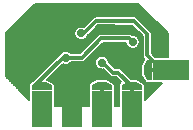
<source format=gbl>
G04 DipTrace 2.4.0.2*
%INcolor.gbl*%
%MOMM*%
%ADD13C,0.305*%
%ADD14C,0.152*%
%ADD22R,1.6X1.7*%
%ADD23R,2.0X1.7*%
%ADD26R,1.7X1.6*%
%ADD27R,1.7X2.032*%
%ADD28C,0.711*%
%FSLAX53Y53*%
G04*
G71*
G90*
G75*
G01*
%LNBottom*%
%LPD*%
X16350Y10000D2*
D13*
Y11270D1*
Y12433D1*
X17138Y16902D2*
X17379D1*
X18433Y17956D1*
X21622D1*
X22734Y16843D1*
Y15046D1*
X23970Y13810D1*
X22808D2*
X23970D1*
X25240D1*
X18890Y11270D2*
Y12435D1*
Y10000D2*
Y11270D1*
X18886Y14432D2*
X18993D1*
X19836Y13588D1*
X20274D1*
X21430Y12433D1*
Y10000D2*
Y11270D1*
Y12433D1*
X15829Y14838D2*
X15585D1*
X13182Y12435D1*
X13810D1*
Y10000D2*
Y11270D1*
X15829Y14838D2*
X17170D1*
X18802Y16471D1*
X21220D1*
X21498Y16194D1*
D28*
X15829Y14838D3*
X21498Y16194D3*
X17138Y16902D3*
X18886Y14432D3*
X13129Y19275D2*
D14*
X22109D1*
X12981Y19126D2*
X22259D1*
X12831Y18977D2*
X22407D1*
X12681Y18828D2*
X22557D1*
X12534Y18678D2*
X22707D1*
X12384Y18529D2*
X22855D1*
X12236Y18380D2*
X23005D1*
X12086Y18231D2*
X18147D1*
X21909D2*
X23152D1*
X11936Y18082D2*
X17997D1*
X22056D2*
X23302D1*
X11788Y17933D2*
X17847D1*
X22206D2*
X23452D1*
X11638Y17784D2*
X17699D1*
X22356D2*
X23600D1*
X11491Y17635D2*
X17549D1*
X22504D2*
X23750D1*
X11341Y17486D2*
X17037D1*
X17237D2*
X17402D1*
X18525D2*
X21528D1*
X22654D2*
X23898D1*
X11191Y17337D2*
X16723D1*
X18375D2*
X21678D1*
X22802D2*
X24048D1*
X11043Y17188D2*
X16606D1*
X18227D2*
X21828D1*
X22952D2*
X24198D1*
X10893Y17039D2*
X16549D1*
X18077D2*
X21976D1*
X23083D2*
X24345D1*
X10751Y16890D2*
X16532D1*
X17930D2*
X22126D1*
X23133D2*
X24488D1*
X10751Y16741D2*
X16554D1*
X17780D2*
X18509D1*
X21735D2*
X22274D1*
X23138D2*
X24488D1*
X10751Y16592D2*
X16621D1*
X17653D2*
X18361D1*
X21949D2*
X22333D1*
X23138D2*
X24488D1*
X10751Y16442D2*
X16751D1*
X17523D2*
X18211D1*
X22047D2*
X22333D1*
X23138D2*
X24488D1*
X10751Y16293D2*
X18064D1*
X22095D2*
X22333D1*
X23138D2*
X24488D1*
X10751Y16144D2*
X17914D1*
X22102D2*
X22333D1*
X23138D2*
X24488D1*
X10751Y15995D2*
X17764D1*
X18889D2*
X20926D1*
X22068D2*
X22333D1*
X23138D2*
X24488D1*
X10751Y15846D2*
X17616D1*
X18739D2*
X21007D1*
X21990D2*
X22333D1*
X23138D2*
X24488D1*
X10751Y15697D2*
X17466D1*
X18592D2*
X21164D1*
X21833D2*
X22333D1*
X23138D2*
X24488D1*
X10751Y15548D2*
X17318D1*
X18442D2*
X22333D1*
X23138D2*
X24488D1*
X10751Y15399D2*
X15630D1*
X16029D2*
X17168D1*
X18292D2*
X22333D1*
X23138D2*
X24488D1*
X10751Y15250D2*
X15392D1*
X16268D2*
X17018D1*
X18144D2*
X22333D1*
X23138D2*
X24488D1*
X10751Y15101D2*
X15285D1*
X17994D2*
X22333D1*
X23242D2*
X24488D1*
X10751Y14952D2*
X15137D1*
X17846D2*
X18592D1*
X19180D2*
X22345D1*
X23390D2*
X24488D1*
X10751Y14803D2*
X14987D1*
X17696D2*
X18411D1*
X19361D2*
X22419D1*
X10751Y14654D2*
X14839D1*
X17546D2*
X18323D1*
X19449D2*
X22428D1*
X10751Y14505D2*
X14689D1*
X17380D2*
X18285D1*
X19487D2*
X22352D1*
X10751Y14356D2*
X14539D1*
X16184D2*
X18285D1*
X19632D2*
X22274D1*
X10751Y14206D2*
X14392D1*
X15515D2*
X18325D1*
X19780D2*
X22202D1*
X10751Y14057D2*
X14242D1*
X15367D2*
X18416D1*
X19930D2*
X22190D1*
X10751Y13908D2*
X14094D1*
X15217D2*
X18599D1*
X20506D2*
X22190D1*
X10751Y13759D2*
X13944D1*
X15067D2*
X19104D1*
X20666D2*
X22190D1*
X10751Y13610D2*
X13794D1*
X14920D2*
X19252D1*
X20813D2*
X22190D1*
X10751Y13461D2*
X13646D1*
X14770D2*
X19402D1*
X20963D2*
X22193D1*
X10751Y13312D2*
X13496D1*
X14620D2*
X19549D1*
X21113D2*
X22250D1*
X10853Y13163D2*
X13349D1*
X14472D2*
X20138D1*
X21261D2*
X22326D1*
X11000Y13014D2*
X13199D1*
X14322D2*
X18454D1*
X19325D2*
X20285D1*
X21866D2*
X22405D1*
X11150Y12865D2*
X13049D1*
X14536D2*
X18164D1*
X19616D2*
X20435D1*
X22156D2*
X22481D1*
X11300Y12716D2*
X12801D1*
X14817D2*
X17883D1*
X19899D2*
X20421D1*
X22437D2*
X23940D1*
X11448Y12567D2*
X12713D1*
X14906D2*
X17794D1*
X19987D2*
X20333D1*
X22526D2*
X23790D1*
X11598Y12418D2*
X12710D1*
X14910D2*
X17790D1*
X19989D2*
X20330D1*
X22530D2*
X23643D1*
X11746Y12269D2*
X12710D1*
X14910D2*
X17790D1*
X19989D2*
X20330D1*
X22530D2*
X23493D1*
X11896Y12120D2*
X12710D1*
X14910D2*
X17790D1*
X19989D2*
X20330D1*
X22530D2*
X23345D1*
X12046Y11970D2*
X12710D1*
X14910D2*
X17790D1*
X19989D2*
X20330D1*
X22530D2*
X23195D1*
X12193Y11821D2*
X12710D1*
X14910D2*
X17790D1*
X19989D2*
X20330D1*
X22530D2*
X23045D1*
X12343Y11672D2*
X12710D1*
X14910D2*
X17790D1*
X19989D2*
X20330D1*
X22530D2*
X22897D1*
X12491Y11523D2*
X12710D1*
X14910D2*
X17790D1*
X19989D2*
X20330D1*
X22530D2*
X22747D1*
X14910Y11374D2*
X17790D1*
X19989D2*
X20330D1*
X14910Y11225D2*
X17790D1*
X19989D2*
X20330D1*
X14910Y11076D2*
X17790D1*
X19989D2*
X20330D1*
X14910Y10927D2*
X17790D1*
X19989D2*
X20330D1*
X14910Y10778D2*
X17790D1*
X19989D2*
X20330D1*
X23433Y14895D2*
X24505D1*
X24504Y16896D1*
X21975Y19425D1*
X18731Y19424D1*
X13261D1*
X12909Y19069D1*
X10735Y16895D1*
X10736Y13651D1*
Y13264D1*
X12726Y11274D1*
X12725Y12305D1*
Y12530D1*
X12738Y12605D1*
X12773Y12672D1*
X12830Y12725D1*
X12920Y12774D1*
X13028Y12829D1*
X15304Y15107D1*
X15343Y15173D1*
X15390Y15233D1*
X15444Y15286D1*
X15505Y15332D1*
X15571Y15369D1*
X15642Y15398D1*
X15715Y15418D1*
X15791Y15428D1*
X15867D1*
X15943Y15418D1*
X16016Y15398D1*
X16087Y15370D1*
X16153Y15332D1*
X16214Y15286D1*
X16276Y15224D1*
X16668Y15226D1*
X17008D1*
X18529Y16745D1*
X18588Y16793D1*
X18655Y16829D1*
X18728Y16851D1*
X18802Y16858D1*
X21220D1*
X21296Y16851D1*
X21369Y16828D1*
X21459Y16783D1*
X21535D1*
X21611Y16773D1*
X21684Y16754D1*
X21755Y16725D1*
X21821Y16687D1*
X21882Y16642D1*
X21937Y16588D1*
X21984Y16529D1*
X22023Y16463D1*
X22053Y16393D1*
X22074Y16320D1*
X22088Y16194D1*
X22083Y16118D1*
X22068Y16043D1*
X22044Y15971D1*
X22011Y15902D1*
X21969Y15839D1*
X21920Y15781D1*
X21863Y15730D1*
X21800Y15687D1*
X21732Y15652D1*
X21661Y15626D1*
X21586Y15610D1*
X21511Y15604D1*
X21434Y15607D1*
X21359Y15620D1*
X21287Y15642D1*
X21217Y15674D1*
X21153Y15715D1*
X21094Y15763D1*
X21042Y15818D1*
X20997Y15880D1*
X20961Y15947D1*
X20934Y16018D1*
X20916Y16084D1*
X18961D1*
X18160Y15281D1*
X17444Y14565D1*
X17385Y14517D1*
X17318Y14481D1*
X17245Y14459D1*
X17170Y14451D1*
X16277D1*
X16195Y14375D1*
X16132Y14332D1*
X16064Y14297D1*
X15993Y14271D1*
X15918Y14255D1*
X15842Y14248D1*
X15766Y14252D1*
X15691Y14265D1*
X15595Y14298D1*
X15320Y14026D1*
X14281Y12987D1*
X14767Y12739D1*
X14828Y12694D1*
X14872Y12631D1*
X14893Y12556D1*
X14895Y12454D1*
Y10735D1*
X17807Y10736D1*
X17805Y11531D1*
X17808Y12305D1*
X17805Y12375D1*
Y12530D1*
X17818Y12605D1*
X17853Y12672D1*
X17910Y12725D1*
X18000Y12774D1*
X18458Y13009D1*
X18532Y13032D1*
X18641Y13035D1*
X19215D1*
X19292Y13021D1*
X19390Y12974D1*
X19847Y12739D1*
X19908Y12694D1*
X19952Y12631D1*
X19973Y12556D1*
X19975Y12454D1*
Y10735D1*
X20345Y10736D1*
X20348Y12305D1*
X20345Y12370D1*
Y12530D1*
X20358Y12605D1*
X20393Y12672D1*
X20450Y12725D1*
X20543Y12775D1*
X20114Y13201D1*
X19836D1*
X19761Y13209D1*
X19688Y13231D1*
X19621Y13267D1*
X19563Y13315D1*
X19019Y13859D1*
X18975Y13848D1*
X18899Y13842D1*
X18823Y13845D1*
X18748Y13858D1*
X18675Y13881D1*
X18606Y13912D1*
X18541Y13953D1*
X18483Y14001D1*
X18431Y14057D1*
X18386Y14118D1*
X18350Y14185D1*
X18323Y14257D1*
X18305Y14331D1*
X18296Y14406D1*
X18298Y14482D1*
X18309Y14558D1*
X18330Y14631D1*
X18361Y14701D1*
X18400Y14766D1*
X18447Y14826D1*
X18501Y14879D1*
X18562Y14925D1*
X18628Y14963D1*
X18699Y14992D1*
X18772Y15011D1*
X18848Y15021D1*
X18924D1*
X18999Y15011D1*
X19073Y14992D1*
X19144Y14963D1*
X19210Y14926D1*
X19271Y14880D1*
X19325Y14827D1*
X19372Y14767D1*
X19411Y14702D1*
X19442Y14632D1*
X19463Y14558D1*
X19472Y14500D1*
X19996Y13977D1*
X20274Y13976D1*
X20350Y13968D1*
X20423Y13946D1*
X20490Y13910D1*
X20548Y13862D1*
X21375Y13035D1*
X21755D1*
X21832Y13021D1*
X21930Y12974D1*
X22387Y12739D1*
X22448Y12694D1*
X22492Y12631D1*
X22513Y12556D1*
X22515Y12454D1*
Y11274D1*
X23966Y12726D1*
X22935Y12725D1*
X22710D1*
X22635Y12738D1*
X22568Y12773D1*
X22515Y12830D1*
X22466Y12920D1*
X22231Y13378D1*
X22208Y13452D1*
X22205Y13561D1*
Y14135D1*
X22219Y14212D1*
X22266Y14310D1*
X22489Y14744D1*
X22412Y14831D1*
X22377Y14898D1*
X22355Y14971D1*
X22347Y15046D1*
Y16682D1*
X21462Y17568D1*
X18590Y17569D1*
X18060Y17035D1*
X17669Y16644D1*
X17609Y16547D1*
X17559Y16489D1*
X17503Y16438D1*
X17440Y16395D1*
X17372Y16360D1*
X17301Y16335D1*
X17226Y16319D1*
X17150Y16312D1*
X17074Y16315D1*
X16999Y16328D1*
X16927Y16351D1*
X16857Y16383D1*
X16793Y16423D1*
X16734Y16471D1*
X16682Y16527D1*
X16637Y16589D1*
X16601Y16656D1*
X16574Y16727D1*
X16556Y16801D1*
X16548Y16876D1*
X16549Y16953D1*
X16561Y17028D1*
X16582Y17101D1*
X16612Y17171D1*
X16651Y17236D1*
X16698Y17296D1*
X16752Y17350D1*
X16813Y17395D1*
X16879Y17433D1*
X16950Y17462D1*
X17024Y17481D1*
X17099Y17491D1*
X17175D1*
X17251Y17481D1*
X17324Y17462D1*
X17375Y17445D1*
X18159Y18229D1*
X18218Y18278D1*
X18285Y18314D1*
X18358Y18336D1*
X18433Y18343D1*
X21622D1*
X21697Y18335D1*
X21770Y18313D1*
X21837Y18277D1*
X21895Y18229D1*
X23008Y17117D1*
X23056Y17058D1*
X23092Y16991D1*
X23114Y16918D1*
X23121Y16843D1*
Y15207D1*
X23434Y14893D1*
D22*
X23970Y13810D3*
G36*
X22710Y14660D2*
X23175D1*
Y12960D1*
X22710D1*
X22440Y13485D1*
Y14135D1*
X22710Y14660D1*
G37*
D23*
X25240Y13810D3*
D26*
X13810Y11270D3*
X16350D3*
D27*
X13810Y10000D3*
X16350D3*
G36*
X17200Y12530D2*
Y12065D1*
X15500D1*
Y12530D1*
X16025Y12800D1*
X16675D1*
X17200Y12530D1*
G37*
G36*
X14660D2*
Y12070D1*
X12960D1*
Y12530D1*
X13485Y12800D1*
X14135D1*
X14660Y12530D1*
G37*
D26*
X18890Y11270D3*
X21430D3*
D27*
X18890Y10000D3*
X21430D3*
G36*
X22280Y12530D2*
Y12065D1*
X20580D1*
Y12530D1*
X21105Y12800D1*
X21755D1*
X22280Y12530D1*
G37*
G36*
X19740D2*
Y12070D1*
X18040D1*
Y12530D1*
X18565Y12800D1*
X19215D1*
X19740Y12530D1*
G37*
M02*

</source>
